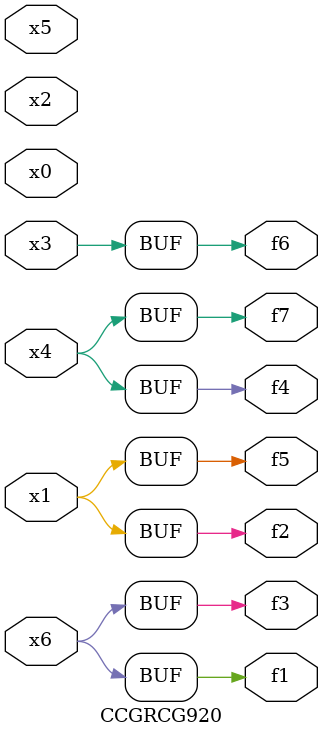
<source format=v>
module CCGRCG920(
	input x0, x1, x2, x3, x4, x5, x6,
	output f1, f2, f3, f4, f5, f6, f7
);
	assign f1 = x6;
	assign f2 = x1;
	assign f3 = x6;
	assign f4 = x4;
	assign f5 = x1;
	assign f6 = x3;
	assign f7 = x4;
endmodule

</source>
